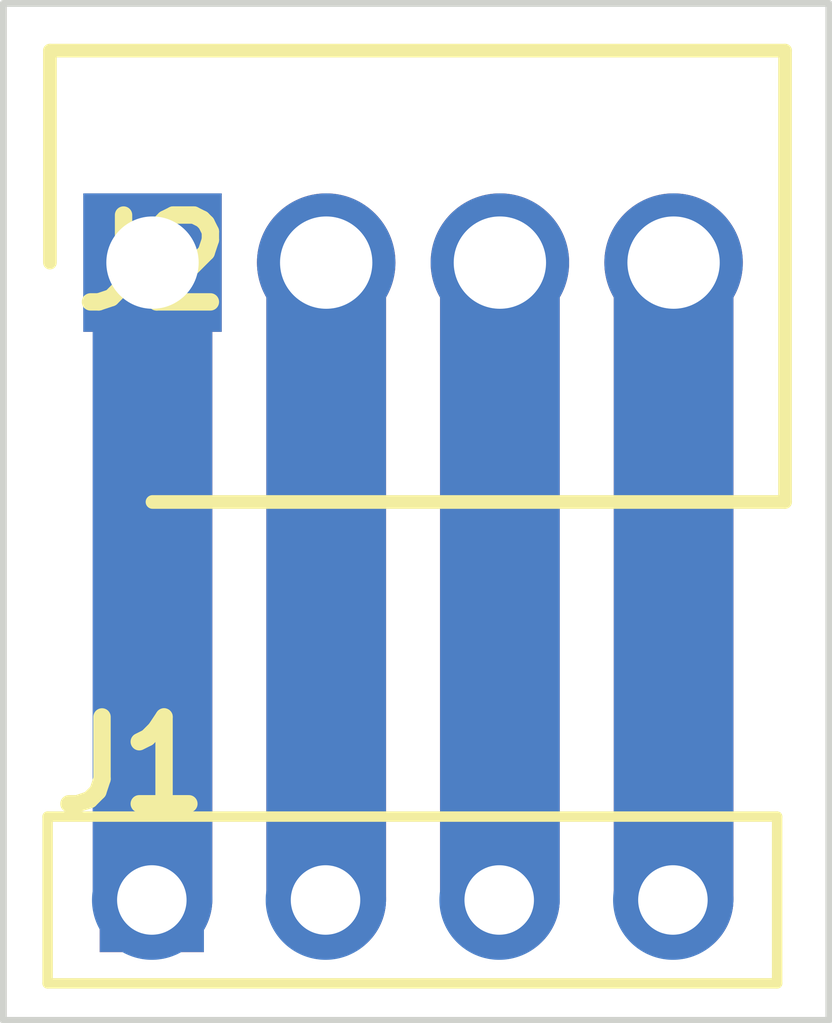
<source format=kicad_pcb>
(kicad_pcb (version 20171130) (host pcbnew 5.1.5-52549c5~84~ubuntu18.04.1)

  (general
    (thickness 1.6)
    (drawings 4)
    (tracks 16)
    (zones 0)
    (modules 2)
    (nets 5)
  )

  (page A4)
  (layers
    (0 F.Cu signal)
    (31 B.Cu signal)
    (32 B.Adhes user)
    (33 F.Adhes user)
    (34 B.Paste user)
    (35 F.Paste user)
    (36 B.SilkS user)
    (37 F.SilkS user)
    (38 B.Mask user)
    (39 F.Mask user)
    (40 Dwgs.User user)
    (41 Cmts.User user)
    (42 Eco1.User user)
    (43 Eco2.User user)
    (44 Edge.Cuts user)
    (45 Margin user)
    (46 B.CrtYd user)
    (47 F.CrtYd user)
    (48 B.Fab user)
    (49 F.Fab user)
  )

  (setup
    (last_trace_width 1.75)
    (user_trace_width 1)
    (user_trace_width 1.25)
    (user_trace_width 1.75)
    (user_trace_width 2)
    (user_trace_width 3)
    (trace_clearance 0.2)
    (zone_clearance 0.508)
    (zone_45_only no)
    (trace_min 0.2)
    (via_size 0.8)
    (via_drill 0.4)
    (via_min_size 0.4)
    (via_min_drill 0.3)
    (uvia_size 0.3)
    (uvia_drill 0.1)
    (uvias_allowed no)
    (uvia_min_size 0.2)
    (uvia_min_drill 0.1)
    (edge_width 0.05)
    (segment_width 0.2)
    (pcb_text_width 0.3)
    (pcb_text_size 1.5 1.5)
    (mod_edge_width 0.12)
    (mod_text_size 1 1)
    (mod_text_width 0.15)
    (pad_size 1.524 1.524)
    (pad_drill 0.762)
    (pad_to_mask_clearance 0.051)
    (solder_mask_min_width 0.25)
    (aux_axis_origin 0 0)
    (visible_elements FFFFFF7F)
    (pcbplotparams
      (layerselection 0x010fc_ffffffff)
      (usegerberextensions false)
      (usegerberattributes false)
      (usegerberadvancedattributes false)
      (creategerberjobfile false)
      (excludeedgelayer true)
      (linewidth 0.100000)
      (plotframeref false)
      (viasonmask false)
      (mode 1)
      (useauxorigin false)
      (hpglpennumber 1)
      (hpglpenspeed 20)
      (hpglpendiameter 15.000000)
      (psnegative false)
      (psa4output false)
      (plotreference true)
      (plotvalue true)
      (plotinvisibletext false)
      (padsonsilk false)
      (subtractmaskfromsilk false)
      (outputformat 1)
      (mirror false)
      (drillshape 1)
      (scaleselection 1)
      (outputdirectory ""))
  )

  (net 0 "")
  (net 1 "Net-(J1-Pad4)")
  (net 2 "Net-(J1-Pad3)")
  (net 3 "Net-(J1-Pad2)")
  (net 4 "Net-(J1-Pad1)")

  (net_class Default "This is the default net class."
    (clearance 0.2)
    (trace_width 0.25)
    (via_dia 0.8)
    (via_drill 0.4)
    (uvia_dia 0.3)
    (uvia_drill 0.1)
    (add_net "Net-(J1-Pad1)")
    (add_net "Net-(J1-Pad2)")
    (add_net "Net-(J1-Pad3)")
    (add_net "Net-(J1-Pad4)")
  )

  (module SAMTEC_SSW-104-01-T-S (layer F.Cu) (tedit 5E28E995) (tstamp 5E2916B2)
    (at 150.190201 -748.03)
    (descr SAMTEC_SSW-104-01-T-S)
    (tags Connector)
    (path /5E28EEA8)
    (fp_text reference J1 (at -7.9248 -1.9812) (layer F.SilkS)
      (effects (font (size 1.27 1.27) (thickness 0.254)))
    )
    (fp_text value SSW-104-01-T-S (at -7.9248 -1.9812) (layer F.SilkS) hide
      (effects (font (size 1.27 1.27) (thickness 0.254)))
    )
    (fp_line (start -9.144 -1.2192) (end -9.144 1.2192) (layer F.Fab) (width 0.1524))
    (fp_line (start 1.524 -1.2192) (end -9.144 -1.2192) (layer F.Fab) (width 0.1524))
    (fp_line (start 1.524 1.2192) (end 1.524 -1.2192) (layer F.Fab) (width 0.1524))
    (fp_line (start -9.144 1.2192) (end 1.524 1.2192) (layer F.Fab) (width 0.1524))
    (fp_line (start -9.144 -1.2192) (end -9.144 1.2192) (layer F.SilkS) (width 0.1524))
    (fp_line (start 1.524 -1.2192) (end -9.144 -1.2192) (layer F.SilkS) (width 0.1524))
    (fp_line (start 1.524 1.2192) (end 1.524 -1.2192) (layer F.SilkS) (width 0.1524))
    (fp_line (start -9.144 1.2192) (end 1.524 1.2192) (layer F.SilkS) (width 0.1524))
    (fp_text user %R (at -7.9248 -1.9812) (layer F.Fab)
      (effects (font (size 1.27 1.27) (thickness 0.254)))
    )
    (pad 4 thru_hole circle (at 0 0) (size 1.524 1.524) (drill 1.016) (layers *.Cu *.Mask)
      (net 1 "Net-(J1-Pad4)"))
    (pad 3 thru_hole circle (at -2.54 0) (size 1.524 1.524) (drill 1.016) (layers *.Cu *.Mask)
      (net 2 "Net-(J1-Pad3)"))
    (pad 2 thru_hole circle (at -5.08 0) (size 1.524 1.524) (drill 1.016) (layers *.Cu *.Mask)
      (net 3 "Net-(J1-Pad2)"))
    (pad 1 thru_hole rect (at -7.62 0) (size 1.524 1.524) (drill 1.016) (layers *.Cu *.Mask)
      (net 4 "Net-(J1-Pad1)"))
    (model SSW-104-01-T-S.stp
      (at (xyz 0 0 0))
      (scale (xyz 1 1 1))
      (rotate (xyz 0 0 0))
    )
  )

  (module SHDR4W80P0X254_1X4_1062X650X1010P (layer F.Cu) (tedit 0) (tstamp 5E2916C7)
    (at 142.58 -757.35)
    (descr 39773-0004)
    (tags Connector)
    (path /5E28E922)
    (fp_text reference J2 (at 0 0) (layer F.SilkS)
      (effects (font (size 1.27 1.27) (thickness 0.254)))
    )
    (fp_text value 39773-0004 (at 0 0) (layer F.SilkS) hide
      (effects (font (size 1.27 1.27) (thickness 0.254)))
    )
    (fp_line (start -1.5 -3.1) (end -1.5 0) (layer F.SilkS) (width 0.2))
    (fp_line (start 9.25 -3.1) (end -1.5 -3.1) (layer F.SilkS) (width 0.2))
    (fp_line (start 9.25 3.5) (end 9.25 -3.1) (layer F.SilkS) (width 0.2))
    (fp_line (start 0 3.5) (end 9.25 3.5) (layer F.SilkS) (width 0.2))
    (fp_line (start 9.25 3.5) (end -1.5 3.5) (layer F.Fab) (width 0.1))
    (fp_line (start 9.25 -3.1) (end 9.25 3.5) (layer F.Fab) (width 0.1))
    (fp_line (start -1.5 -3.1) (end 9.25 -3.1) (layer F.Fab) (width 0.1))
    (fp_line (start -1.5 3.5) (end -1.5 -3.1) (layer F.Fab) (width 0.1))
    (fp_line (start 9.5 3.75) (end -1.75 3.75) (layer F.CrtYd) (width 0.05))
    (fp_line (start 9.5 -3.35) (end 9.5 3.75) (layer F.CrtYd) (width 0.05))
    (fp_line (start -1.75 -3.35) (end 9.5 -3.35) (layer F.CrtYd) (width 0.05))
    (fp_line (start -1.75 3.75) (end -1.75 -3.35) (layer F.CrtYd) (width 0.05))
    (fp_text user %R (at 0 0) (layer F.Fab)
      (effects (font (size 1.27 1.27) (thickness 0.254)))
    )
    (pad 4 thru_hole circle (at 7.62 0) (size 2.025 2.025) (drill 1.35) (layers *.Cu *.Mask)
      (net 1 "Net-(J1-Pad4)"))
    (pad 3 thru_hole circle (at 5.08 0) (size 2.025 2.025) (drill 1.35) (layers *.Cu *.Mask)
      (net 2 "Net-(J1-Pad3)"))
    (pad 2 thru_hole circle (at 2.54 0) (size 2.025 2.025) (drill 1.35) (layers *.Cu *.Mask)
      (net 3 "Net-(J1-Pad2)"))
    (pad 1 thru_hole rect (at 0 0) (size 2.025 2.025) (drill 1.35) (layers *.Cu *.Mask)
      (net 4 "Net-(J1-Pad1)"))
    (model 39773-0004.stp
      (at (xyz 0 0 0))
      (scale (xyz 1 1 1))
      (rotate (xyz 0 0 0))
    )
  )

  (gr_line (start 152.47 -761.14) (end 152.47 -746.27) (layer Edge.Cuts) (width 0.1))
  (gr_line (start 140.4 -761.14) (end 152.47 -761.14) (layer Edge.Cuts) (width 0.1))
  (gr_line (start 140.4 -746.27) (end 140.4 -761.14) (layer Edge.Cuts) (width 0.1))
  (gr_line (start 152.47 -746.27) (end 140.4 -746.27) (layer Edge.Cuts) (width 0.1))

  (segment (start 150.2 -748.039799) (end 150.190201 -748.03) (width 0.25) (layer F.Cu) (net 1))
  (segment (start 150.2 -757.35) (end 150.2 -748.039799) (width 1.75) (layer F.Cu) (net 1))
  (segment (start 150.2 -748.039799) (end 150.190201 -748.03) (width 1.75) (layer B.Cu) (net 1))
  (segment (start 150.2 -757.35) (end 150.2 -748.039799) (width 1.75) (layer B.Cu) (net 1))
  (segment (start 147.66 -748.039799) (end 147.650201 -748.03) (width 0.25) (layer F.Cu) (net 2))
  (segment (start 147.66 -757.35) (end 147.66 -748.039799) (width 1.75) (layer F.Cu) (net 2))
  (segment (start 147.66 -748.039799) (end 147.650201 -748.03) (width 1.75) (layer B.Cu) (net 2))
  (segment (start 147.66 -757.35) (end 147.66 -748.039799) (width 1.75) (layer B.Cu) (net 2))
  (segment (start 145.12 -748.039799) (end 145.110201 -748.03) (width 0.25) (layer F.Cu) (net 3))
  (segment (start 145.12 -757.35) (end 145.12 -748.039799) (width 1.75) (layer F.Cu) (net 3))
  (segment (start 145.12 -748.039799) (end 145.110201 -748.03) (width 1.75) (layer B.Cu) (net 3))
  (segment (start 145.12 -757.35) (end 145.12 -748.039799) (width 1.75) (layer B.Cu) (net 3))
  (segment (start 142.58 -748.039799) (end 142.570201 -748.03) (width 0.25) (layer F.Cu) (net 4))
  (segment (start 142.58 -757.35) (end 142.58 -748.039799) (width 1.75) (layer F.Cu) (net 4))
  (segment (start 142.58 -748.039799) (end 142.570201 -748.03) (width 1.75) (layer B.Cu) (net 4))
  (segment (start 142.58 -757.35) (end 142.58 -748.039799) (width 1.75) (layer B.Cu) (net 4))

)

</source>
